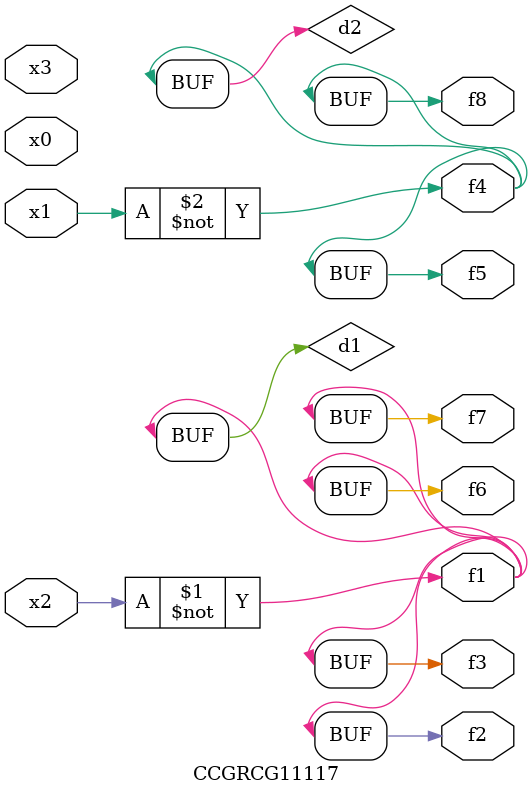
<source format=v>
module CCGRCG11117(
	input x0, x1, x2, x3,
	output f1, f2, f3, f4, f5, f6, f7, f8
);

	wire d1, d2;

	xnor (d1, x2);
	not (d2, x1);
	assign f1 = d1;
	assign f2 = d1;
	assign f3 = d1;
	assign f4 = d2;
	assign f5 = d2;
	assign f6 = d1;
	assign f7 = d1;
	assign f8 = d2;
endmodule

</source>
